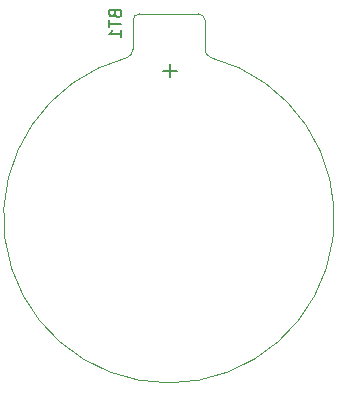
<source format=gbo>
G04 #@! TF.GenerationSoftware,KiCad,Pcbnew,6.0.8-1.fc36*
G04 #@! TF.CreationDate,2022-10-16T22:18:09-05:00*
G04 #@! TF.ProjectId,Pomodoro,506f6d6f-646f-4726-9f2e-6b696361645f,rev?*
G04 #@! TF.SameCoordinates,Original*
G04 #@! TF.FileFunction,Legend,Bot*
G04 #@! TF.FilePolarity,Positive*
%FSLAX46Y46*%
G04 Gerber Fmt 4.6, Leading zero omitted, Abs format (unit mm)*
G04 Created by KiCad (PCBNEW 6.0.8-1.fc36) date 2022-10-16 22:18:09*
%MOMM*%
%LPD*%
G01*
G04 APERTURE LIST*
G04 Aperture macros list*
%AMRoundRect*
0 Rectangle with rounded corners*
0 $1 Rounding radius*
0 $2 $3 $4 $5 $6 $7 $8 $9 X,Y pos of 4 corners*
0 Add a 4 corners polygon primitive as box body*
4,1,4,$2,$3,$4,$5,$6,$7,$8,$9,$2,$3,0*
0 Add four circle primitives for the rounded corners*
1,1,$1+$1,$2,$3*
1,1,$1+$1,$4,$5*
1,1,$1+$1,$6,$7*
1,1,$1+$1,$8,$9*
0 Add four rect primitives between the rounded corners*
20,1,$1+$1,$2,$3,$4,$5,0*
20,1,$1+$1,$4,$5,$6,$7,0*
20,1,$1+$1,$6,$7,$8,$9,0*
20,1,$1+$1,$8,$9,$2,$3,0*%
G04 Aperture macros list end*
%ADD10C,0.150000*%
%ADD11C,0.120000*%
%ADD12R,2.000000X2.000000*%
%ADD13C,2.000000*%
%ADD14R,1.600000X1.600000*%
%ADD15C,1.600000*%
%ADD16R,1.800000X1.800000*%
%ADD17C,1.800000*%
%ADD18RoundRect,0.250000X-0.600000X-0.600000X0.600000X-0.600000X0.600000X0.600000X-0.600000X0.600000X0*%
%ADD19C,1.700000*%
%ADD20R,1.700000X1.700000*%
%ADD21O,1.700000X1.700000*%
%ADD22C,1.400000*%
%ADD23O,1.400000X1.400000*%
%ADD24O,1.600000X1.600000*%
%ADD25R,3.000000X3.000000*%
%ADD26C,3.000000*%
G04 APERTURE END LIST*
D10*
X91313571Y-100593205D02*
X91361190Y-100736062D01*
X91408809Y-100783681D01*
X91504047Y-100831300D01*
X91646904Y-100831300D01*
X91742142Y-100783681D01*
X91789761Y-100736062D01*
X91837380Y-100640824D01*
X91837380Y-100259872D01*
X90837380Y-100259872D01*
X90837380Y-100593205D01*
X90885000Y-100688443D01*
X90932619Y-100736062D01*
X91027857Y-100783681D01*
X91123095Y-100783681D01*
X91218333Y-100736062D01*
X91265952Y-100688443D01*
X91313571Y-100593205D01*
X91313571Y-100259872D01*
X90837380Y-101117015D02*
X90837380Y-101688443D01*
X91837380Y-101402729D02*
X90837380Y-101402729D01*
X91837380Y-102545586D02*
X91837380Y-101974158D01*
X91837380Y-102259872D02*
X90837380Y-102259872D01*
X90980238Y-102164634D01*
X91075476Y-102069396D01*
X91123095Y-101974158D01*
X95992142Y-104807491D02*
X95992142Y-105950348D01*
X96563571Y-105378920D02*
X95420714Y-105378920D01*
D11*
X93385000Y-100578920D02*
X98385000Y-100578920D01*
X92835000Y-103578920D02*
X92835000Y-101128920D01*
X98935000Y-101128920D02*
X98935000Y-103578920D01*
X92365000Y-104278920D02*
G75*
G03*
X95900231Y-131828658I3520000J-13550000D01*
G01*
X92341515Y-104283689D02*
G75*
G03*
X92835000Y-103578920I-256515J704769D01*
G01*
X93385000Y-100578920D02*
G75*
G03*
X92835000Y-101128920I-1J-549999D01*
G01*
X98935000Y-103578920D02*
G75*
G03*
X99428485Y-104283689I750000J0D01*
G01*
X95869769Y-131828658D02*
G75*
G03*
X99405000Y-104278920I15231J13999738D01*
G01*
X98935000Y-101128920D02*
G75*
G03*
X98385000Y-100578920I-549999J1D01*
G01*
%LPC*%
D12*
X104140000Y-123200000D03*
D13*
X104140000Y-130800000D03*
D14*
X107950000Y-116840000D03*
D15*
X107950000Y-119340000D03*
D16*
X100330000Y-109215000D03*
D17*
X100330000Y-111755000D03*
D18*
X76717500Y-115565000D03*
D19*
X79257500Y-115565000D03*
X76717500Y-118105000D03*
X79257500Y-118105000D03*
X76717500Y-120645000D03*
X79257500Y-120645000D03*
D20*
X87630000Y-103530000D03*
D21*
X85090000Y-103530000D03*
X82550000Y-103530000D03*
D22*
X103505000Y-118110000D03*
D23*
X95885000Y-118110000D03*
D22*
X83185000Y-108585000D03*
D23*
X90805000Y-108585000D03*
D13*
X92710000Y-125730000D03*
X86210000Y-125730000D03*
X86210000Y-130230000D03*
X92710000Y-130230000D03*
D14*
X85100000Y-113040000D03*
D24*
X85100000Y-115580000D03*
X85100000Y-118120000D03*
X85100000Y-120660000D03*
X92720000Y-120660000D03*
X92720000Y-118120000D03*
X92720000Y-115580000D03*
X92720000Y-113040000D03*
D22*
X95885000Y-115570000D03*
D23*
X103505000Y-115570000D03*
D25*
X95885000Y-102628920D03*
D26*
X95885000Y-123118920D03*
M02*

</source>
